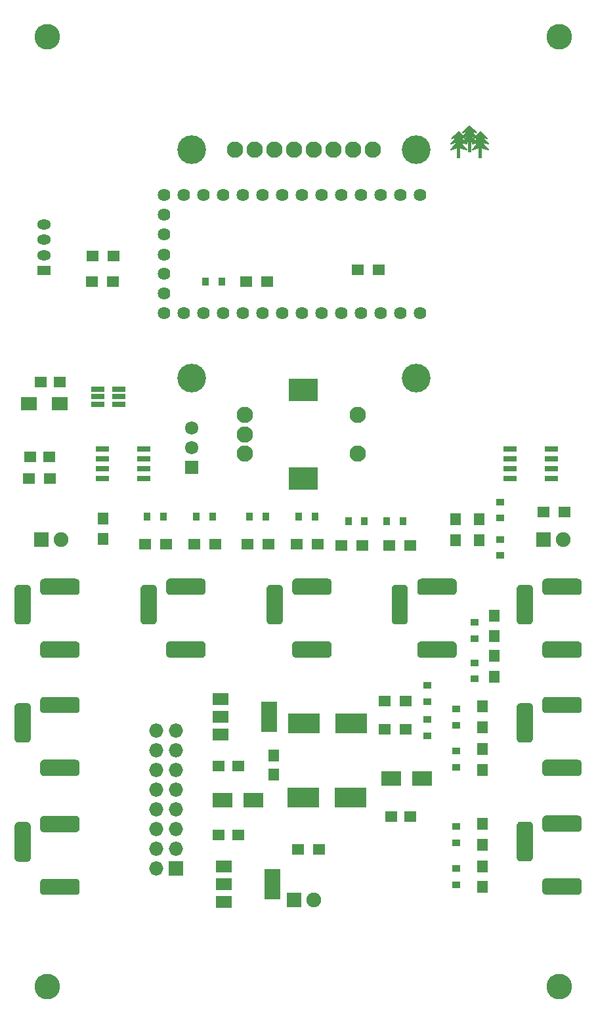
<source format=gts>
G04 #@! TF.GenerationSoftware,KiCad,Pcbnew,(5.0.0-rc2-dev-444-g2974a2c10)*
G04 #@! TF.CreationDate,2019-06-05T22:24:42-07:00*
G04 #@! TF.ProjectId,2019-04-06_Range_Slicer_PCB,323031392D30342D30365F52616E6765,v02*
G04 #@! TF.SameCoordinates,Original*
G04 #@! TF.FileFunction,Soldermask,Top*
G04 #@! TF.FilePolarity,Negative*
%FSLAX46Y46*%
G04 Gerber Fmt 4.6, Leading zero omitted, Abs format (unit mm)*
G04 Created by KiCad (PCBNEW (5.0.0-rc2-dev-444-g2974a2c10)) date 06/05/19 22:24:42*
%MOMM*%
%LPD*%
G01*
G04 APERTURE LIST*
%ADD10C,0.150000*%
%ADD11C,0.078740*%
%ADD12C,2.101600*%
%ADD13R,1.901600X1.901600*%
%ADD14C,1.901600*%
%ADD15R,3.701600X2.901600*%
%ADD16R,0.901600X1.001600*%
%ADD17R,1.401600X1.601600*%
%ADD18R,1.601600X1.401600*%
%ADD19R,1.001600X0.901600*%
%ADD20R,1.828800X1.828800*%
%ADD21O,1.828800X1.828800*%
%ADD22C,1.625600*%
%ADD23R,2.601600X1.901600*%
%ADD24R,1.801600X1.301600*%
%ADD25O,1.801600X1.301600*%
%ADD26C,1.721600*%
%ADD27R,1.721600X1.721600*%
%ADD28R,2.101600X1.601600*%
%ADD29R,2.101600X3.901600*%
%ADD30R,1.651600X0.701600*%
%ADD31R,1.601600X1.351600*%
%ADD32R,4.101600X2.601600*%
%ADD33R,1.351600X1.601600*%
%ADD34C,3.701600*%
%ADD35R,1.661600X0.751600*%
%ADD36R,2.101600X1.701600*%
%ADD37C,3.301600*%
G04 APERTURE END LIST*
D10*
G36*
X156979000Y-44468000D02*
X156090000Y-45357000D01*
X156852000Y-45103000D01*
X155963000Y-45992000D01*
X156852000Y-45738000D01*
X155963000Y-46754000D01*
X156852000Y-46500000D01*
X156852000Y-47770000D01*
X157106000Y-47770000D01*
X157106000Y-46500000D01*
X157995000Y-46754000D01*
X157106000Y-45738000D01*
X157995000Y-45992000D01*
X157106000Y-45103000D01*
X157868000Y-45357000D01*
X156979000Y-44468000D01*
G37*
X156979000Y-44468000D02*
X156090000Y-45357000D01*
X156852000Y-45103000D01*
X155963000Y-45992000D01*
X156852000Y-45738000D01*
X155963000Y-46754000D01*
X156852000Y-46500000D01*
X156852000Y-47770000D01*
X157106000Y-47770000D01*
X157106000Y-46500000D01*
X157995000Y-46754000D01*
X157106000Y-45738000D01*
X157995000Y-45992000D01*
X157106000Y-45103000D01*
X157868000Y-45357000D01*
X156979000Y-44468000D01*
G36*
X158376000Y-45230000D02*
X157487000Y-46119000D01*
X158249000Y-45865000D01*
X157360000Y-46754000D01*
X158249000Y-46500000D01*
X157360000Y-47516000D01*
X158249000Y-47262000D01*
X158249000Y-48532000D01*
X158503000Y-48532000D01*
X158503000Y-47262000D01*
X159392000Y-47516000D01*
X158503000Y-46500000D01*
X159392000Y-46754000D01*
X158503000Y-45865000D01*
X159265000Y-46119000D01*
X158376000Y-45230000D01*
G37*
X158376000Y-45230000D02*
X157487000Y-46119000D01*
X158249000Y-45865000D01*
X157360000Y-46754000D01*
X158249000Y-46500000D01*
X157360000Y-47516000D01*
X158249000Y-47262000D01*
X158249000Y-48532000D01*
X158503000Y-48532000D01*
X158503000Y-47262000D01*
X159392000Y-47516000D01*
X158503000Y-46500000D01*
X159392000Y-46754000D01*
X158503000Y-45865000D01*
X159265000Y-46119000D01*
X158376000Y-45230000D01*
G36*
X155582000Y-45230000D02*
X154693000Y-46119000D01*
X155455000Y-45865000D01*
X154566000Y-46754000D01*
X155455000Y-46500000D01*
X154566000Y-47516000D01*
X155455000Y-47262000D01*
X155455000Y-48532000D01*
X155709000Y-48532000D01*
X155709000Y-47262000D01*
X156598000Y-47516000D01*
X155709000Y-46500000D01*
X156598000Y-46754000D01*
X155709000Y-45865000D01*
X156471000Y-46119000D01*
X155582000Y-45230000D01*
G37*
X155582000Y-45230000D02*
X154693000Y-46119000D01*
X155455000Y-45865000D01*
X154566000Y-46754000D01*
X155455000Y-46500000D01*
X154566000Y-47516000D01*
X155455000Y-47262000D01*
X155455000Y-48532000D01*
X155709000Y-48532000D01*
X155709000Y-47262000D01*
X156598000Y-47516000D01*
X155709000Y-46500000D01*
X156598000Y-46754000D01*
X155709000Y-45865000D01*
X156471000Y-46119000D01*
X155582000Y-45230000D01*
D11*
G36*
X122460898Y-102838730D02*
X122511900Y-102846295D01*
X122561916Y-102858824D01*
X122610462Y-102876194D01*
X122657072Y-102898239D01*
X122701297Y-102924746D01*
X122742710Y-102955460D01*
X122780914Y-102990086D01*
X122815540Y-103028290D01*
X122846254Y-103069703D01*
X122872761Y-103113928D01*
X122894806Y-103160538D01*
X122912176Y-103209084D01*
X122924705Y-103259100D01*
X122932270Y-103310102D01*
X122934800Y-103361600D01*
X122934800Y-104412400D01*
X122932270Y-104463898D01*
X122924705Y-104514900D01*
X122912176Y-104564916D01*
X122894806Y-104613462D01*
X122872761Y-104660072D01*
X122846254Y-104704297D01*
X122815540Y-104745710D01*
X122780914Y-104783914D01*
X122742710Y-104818540D01*
X122701297Y-104849254D01*
X122657072Y-104875761D01*
X122610462Y-104897806D01*
X122561916Y-104915176D01*
X122511900Y-104927705D01*
X122460898Y-104935270D01*
X122409400Y-104937800D01*
X118358600Y-104937800D01*
X118307102Y-104935270D01*
X118256100Y-104927705D01*
X118206084Y-104915176D01*
X118157538Y-104897806D01*
X118110928Y-104875761D01*
X118066703Y-104849254D01*
X118025290Y-104818540D01*
X117987086Y-104783914D01*
X117952460Y-104745710D01*
X117921746Y-104704297D01*
X117895239Y-104660072D01*
X117873194Y-104613462D01*
X117855824Y-104564916D01*
X117843295Y-104514900D01*
X117835730Y-104463898D01*
X117833200Y-104412400D01*
X117833200Y-103361600D01*
X117835730Y-103310102D01*
X117843295Y-103259100D01*
X117855824Y-103209084D01*
X117873194Y-103160538D01*
X117895239Y-103113928D01*
X117921746Y-103069703D01*
X117952460Y-103028290D01*
X117987086Y-102990086D01*
X118025290Y-102955460D01*
X118066703Y-102924746D01*
X118110928Y-102898239D01*
X118157538Y-102876194D01*
X118206084Y-102858824D01*
X118256100Y-102846295D01*
X118307102Y-102838730D01*
X118358600Y-102836200D01*
X122409400Y-102836200D01*
X122460898Y-102838730D01*
X122460898Y-102838730D01*
G37*
D12*
X120384000Y-103887000D03*
D11*
G36*
X116160898Y-103638730D02*
X116211900Y-103646295D01*
X116261916Y-103658824D01*
X116310462Y-103676194D01*
X116357072Y-103698239D01*
X116401297Y-103724746D01*
X116442710Y-103755460D01*
X116480914Y-103790086D01*
X116515540Y-103828290D01*
X116546254Y-103869703D01*
X116572761Y-103913928D01*
X116594806Y-103960538D01*
X116612176Y-104009084D01*
X116624705Y-104059100D01*
X116632270Y-104110102D01*
X116634800Y-104161600D01*
X116634800Y-108212400D01*
X116632270Y-108263898D01*
X116624705Y-108314900D01*
X116612176Y-108364916D01*
X116594806Y-108413462D01*
X116572761Y-108460072D01*
X116546254Y-108504297D01*
X116515540Y-108545710D01*
X116480914Y-108583914D01*
X116442710Y-108618540D01*
X116401297Y-108649254D01*
X116357072Y-108675761D01*
X116310462Y-108697806D01*
X116261916Y-108715176D01*
X116211900Y-108727705D01*
X116160898Y-108735270D01*
X116109400Y-108737800D01*
X115058600Y-108737800D01*
X115007102Y-108735270D01*
X114956100Y-108727705D01*
X114906084Y-108715176D01*
X114857538Y-108697806D01*
X114810928Y-108675761D01*
X114766703Y-108649254D01*
X114725290Y-108618540D01*
X114687086Y-108583914D01*
X114652460Y-108545710D01*
X114621746Y-108504297D01*
X114595239Y-108460072D01*
X114573194Y-108413462D01*
X114555824Y-108364916D01*
X114543295Y-108314900D01*
X114535730Y-108263898D01*
X114533200Y-108212400D01*
X114533200Y-104161600D01*
X114535730Y-104110102D01*
X114543295Y-104059100D01*
X114555824Y-104009084D01*
X114573194Y-103960538D01*
X114595239Y-103913928D01*
X114621746Y-103869703D01*
X114652460Y-103828290D01*
X114687086Y-103790086D01*
X114725290Y-103755460D01*
X114766703Y-103724746D01*
X114810928Y-103698239D01*
X114857538Y-103676194D01*
X114906084Y-103658824D01*
X114956100Y-103646295D01*
X115007102Y-103638730D01*
X115058600Y-103636200D01*
X116109400Y-103636200D01*
X116160898Y-103638730D01*
X116160898Y-103638730D01*
G37*
D12*
X115584000Y-106187000D03*
D11*
G36*
X122460898Y-110938730D02*
X122511900Y-110946295D01*
X122561916Y-110958824D01*
X122610462Y-110976194D01*
X122657072Y-110998239D01*
X122701297Y-111024746D01*
X122742710Y-111055460D01*
X122780914Y-111090086D01*
X122815540Y-111128290D01*
X122846254Y-111169703D01*
X122872761Y-111213928D01*
X122894806Y-111260538D01*
X122912176Y-111309084D01*
X122924705Y-111359100D01*
X122932270Y-111410102D01*
X122934800Y-111461600D01*
X122934800Y-112512400D01*
X122932270Y-112563898D01*
X122924705Y-112614900D01*
X122912176Y-112664916D01*
X122894806Y-112713462D01*
X122872761Y-112760072D01*
X122846254Y-112804297D01*
X122815540Y-112845710D01*
X122780914Y-112883914D01*
X122742710Y-112918540D01*
X122701297Y-112949254D01*
X122657072Y-112975761D01*
X122610462Y-112997806D01*
X122561916Y-113015176D01*
X122511900Y-113027705D01*
X122460898Y-113035270D01*
X122409400Y-113037800D01*
X118358600Y-113037800D01*
X118307102Y-113035270D01*
X118256100Y-113027705D01*
X118206084Y-113015176D01*
X118157538Y-112997806D01*
X118110928Y-112975761D01*
X118066703Y-112949254D01*
X118025290Y-112918540D01*
X117987086Y-112883914D01*
X117952460Y-112845710D01*
X117921746Y-112804297D01*
X117895239Y-112760072D01*
X117873194Y-112713462D01*
X117855824Y-112664916D01*
X117843295Y-112614900D01*
X117835730Y-112563898D01*
X117833200Y-112512400D01*
X117833200Y-111461600D01*
X117835730Y-111410102D01*
X117843295Y-111359100D01*
X117855824Y-111309084D01*
X117873194Y-111260538D01*
X117895239Y-111213928D01*
X117921746Y-111169703D01*
X117952460Y-111128290D01*
X117987086Y-111090086D01*
X118025290Y-111055460D01*
X118066703Y-111024746D01*
X118110928Y-110998239D01*
X118157538Y-110976194D01*
X118206084Y-110958824D01*
X118256100Y-110946295D01*
X118307102Y-110938730D01*
X118358600Y-110936200D01*
X122409400Y-110936200D01*
X122460898Y-110938730D01*
X122460898Y-110938730D01*
G37*
D12*
X120384000Y-111987000D03*
D11*
G36*
X138716898Y-102838730D02*
X138767900Y-102846295D01*
X138817916Y-102858824D01*
X138866462Y-102876194D01*
X138913072Y-102898239D01*
X138957297Y-102924746D01*
X138998710Y-102955460D01*
X139036914Y-102990086D01*
X139071540Y-103028290D01*
X139102254Y-103069703D01*
X139128761Y-103113928D01*
X139150806Y-103160538D01*
X139168176Y-103209084D01*
X139180705Y-103259100D01*
X139188270Y-103310102D01*
X139190800Y-103361600D01*
X139190800Y-104412400D01*
X139188270Y-104463898D01*
X139180705Y-104514900D01*
X139168176Y-104564916D01*
X139150806Y-104613462D01*
X139128761Y-104660072D01*
X139102254Y-104704297D01*
X139071540Y-104745710D01*
X139036914Y-104783914D01*
X138998710Y-104818540D01*
X138957297Y-104849254D01*
X138913072Y-104875761D01*
X138866462Y-104897806D01*
X138817916Y-104915176D01*
X138767900Y-104927705D01*
X138716898Y-104935270D01*
X138665400Y-104937800D01*
X134614600Y-104937800D01*
X134563102Y-104935270D01*
X134512100Y-104927705D01*
X134462084Y-104915176D01*
X134413538Y-104897806D01*
X134366928Y-104875761D01*
X134322703Y-104849254D01*
X134281290Y-104818540D01*
X134243086Y-104783914D01*
X134208460Y-104745710D01*
X134177746Y-104704297D01*
X134151239Y-104660072D01*
X134129194Y-104613462D01*
X134111824Y-104564916D01*
X134099295Y-104514900D01*
X134091730Y-104463898D01*
X134089200Y-104412400D01*
X134089200Y-103361600D01*
X134091730Y-103310102D01*
X134099295Y-103259100D01*
X134111824Y-103209084D01*
X134129194Y-103160538D01*
X134151239Y-103113928D01*
X134177746Y-103069703D01*
X134208460Y-103028290D01*
X134243086Y-102990086D01*
X134281290Y-102955460D01*
X134322703Y-102924746D01*
X134366928Y-102898239D01*
X134413538Y-102876194D01*
X134462084Y-102858824D01*
X134512100Y-102846295D01*
X134563102Y-102838730D01*
X134614600Y-102836200D01*
X138665400Y-102836200D01*
X138716898Y-102838730D01*
X138716898Y-102838730D01*
G37*
D12*
X136640000Y-103887000D03*
D11*
G36*
X132416898Y-103638730D02*
X132467900Y-103646295D01*
X132517916Y-103658824D01*
X132566462Y-103676194D01*
X132613072Y-103698239D01*
X132657297Y-103724746D01*
X132698710Y-103755460D01*
X132736914Y-103790086D01*
X132771540Y-103828290D01*
X132802254Y-103869703D01*
X132828761Y-103913928D01*
X132850806Y-103960538D01*
X132868176Y-104009084D01*
X132880705Y-104059100D01*
X132888270Y-104110102D01*
X132890800Y-104161600D01*
X132890800Y-108212400D01*
X132888270Y-108263898D01*
X132880705Y-108314900D01*
X132868176Y-108364916D01*
X132850806Y-108413462D01*
X132828761Y-108460072D01*
X132802254Y-108504297D01*
X132771540Y-108545710D01*
X132736914Y-108583914D01*
X132698710Y-108618540D01*
X132657297Y-108649254D01*
X132613072Y-108675761D01*
X132566462Y-108697806D01*
X132517916Y-108715176D01*
X132467900Y-108727705D01*
X132416898Y-108735270D01*
X132365400Y-108737800D01*
X131314600Y-108737800D01*
X131263102Y-108735270D01*
X131212100Y-108727705D01*
X131162084Y-108715176D01*
X131113538Y-108697806D01*
X131066928Y-108675761D01*
X131022703Y-108649254D01*
X130981290Y-108618540D01*
X130943086Y-108583914D01*
X130908460Y-108545710D01*
X130877746Y-108504297D01*
X130851239Y-108460072D01*
X130829194Y-108413462D01*
X130811824Y-108364916D01*
X130799295Y-108314900D01*
X130791730Y-108263898D01*
X130789200Y-108212400D01*
X130789200Y-104161600D01*
X130791730Y-104110102D01*
X130799295Y-104059100D01*
X130811824Y-104009084D01*
X130829194Y-103960538D01*
X130851239Y-103913928D01*
X130877746Y-103869703D01*
X130908460Y-103828290D01*
X130943086Y-103790086D01*
X130981290Y-103755460D01*
X131022703Y-103724746D01*
X131066928Y-103698239D01*
X131113538Y-103676194D01*
X131162084Y-103658824D01*
X131212100Y-103646295D01*
X131263102Y-103638730D01*
X131314600Y-103636200D01*
X132365400Y-103636200D01*
X132416898Y-103638730D01*
X132416898Y-103638730D01*
G37*
D12*
X131840000Y-106187000D03*
D11*
G36*
X138716898Y-110938730D02*
X138767900Y-110946295D01*
X138817916Y-110958824D01*
X138866462Y-110976194D01*
X138913072Y-110998239D01*
X138957297Y-111024746D01*
X138998710Y-111055460D01*
X139036914Y-111090086D01*
X139071540Y-111128290D01*
X139102254Y-111169703D01*
X139128761Y-111213928D01*
X139150806Y-111260538D01*
X139168176Y-111309084D01*
X139180705Y-111359100D01*
X139188270Y-111410102D01*
X139190800Y-111461600D01*
X139190800Y-112512400D01*
X139188270Y-112563898D01*
X139180705Y-112614900D01*
X139168176Y-112664916D01*
X139150806Y-112713462D01*
X139128761Y-112760072D01*
X139102254Y-112804297D01*
X139071540Y-112845710D01*
X139036914Y-112883914D01*
X138998710Y-112918540D01*
X138957297Y-112949254D01*
X138913072Y-112975761D01*
X138866462Y-112997806D01*
X138817916Y-113015176D01*
X138767900Y-113027705D01*
X138716898Y-113035270D01*
X138665400Y-113037800D01*
X134614600Y-113037800D01*
X134563102Y-113035270D01*
X134512100Y-113027705D01*
X134462084Y-113015176D01*
X134413538Y-112997806D01*
X134366928Y-112975761D01*
X134322703Y-112949254D01*
X134281290Y-112918540D01*
X134243086Y-112883914D01*
X134208460Y-112845710D01*
X134177746Y-112804297D01*
X134151239Y-112760072D01*
X134129194Y-112713462D01*
X134111824Y-112664916D01*
X134099295Y-112614900D01*
X134091730Y-112563898D01*
X134089200Y-112512400D01*
X134089200Y-111461600D01*
X134091730Y-111410102D01*
X134099295Y-111359100D01*
X134111824Y-111309084D01*
X134129194Y-111260538D01*
X134151239Y-111213928D01*
X134177746Y-111169703D01*
X134208460Y-111128290D01*
X134243086Y-111090086D01*
X134281290Y-111055460D01*
X134322703Y-111024746D01*
X134366928Y-110998239D01*
X134413538Y-110976194D01*
X134462084Y-110958824D01*
X134512100Y-110946295D01*
X134563102Y-110938730D01*
X134614600Y-110936200D01*
X138665400Y-110936200D01*
X138716898Y-110938730D01*
X138716898Y-110938730D01*
G37*
D12*
X136640000Y-111987000D03*
D11*
G36*
X170974898Y-102851730D02*
X171025900Y-102859295D01*
X171075916Y-102871824D01*
X171124462Y-102889194D01*
X171171072Y-102911239D01*
X171215297Y-102937746D01*
X171256710Y-102968460D01*
X171294914Y-103003086D01*
X171329540Y-103041290D01*
X171360254Y-103082703D01*
X171386761Y-103126928D01*
X171408806Y-103173538D01*
X171426176Y-103222084D01*
X171438705Y-103272100D01*
X171446270Y-103323102D01*
X171448800Y-103374600D01*
X171448800Y-104425400D01*
X171446270Y-104476898D01*
X171438705Y-104527900D01*
X171426176Y-104577916D01*
X171408806Y-104626462D01*
X171386761Y-104673072D01*
X171360254Y-104717297D01*
X171329540Y-104758710D01*
X171294914Y-104796914D01*
X171256710Y-104831540D01*
X171215297Y-104862254D01*
X171171072Y-104888761D01*
X171124462Y-104910806D01*
X171075916Y-104928176D01*
X171025900Y-104940705D01*
X170974898Y-104948270D01*
X170923400Y-104950800D01*
X166872600Y-104950800D01*
X166821102Y-104948270D01*
X166770100Y-104940705D01*
X166720084Y-104928176D01*
X166671538Y-104910806D01*
X166624928Y-104888761D01*
X166580703Y-104862254D01*
X166539290Y-104831540D01*
X166501086Y-104796914D01*
X166466460Y-104758710D01*
X166435746Y-104717297D01*
X166409239Y-104673072D01*
X166387194Y-104626462D01*
X166369824Y-104577916D01*
X166357295Y-104527900D01*
X166349730Y-104476898D01*
X166347200Y-104425400D01*
X166347200Y-103374600D01*
X166349730Y-103323102D01*
X166357295Y-103272100D01*
X166369824Y-103222084D01*
X166387194Y-103173538D01*
X166409239Y-103126928D01*
X166435746Y-103082703D01*
X166466460Y-103041290D01*
X166501086Y-103003086D01*
X166539290Y-102968460D01*
X166580703Y-102937746D01*
X166624928Y-102911239D01*
X166671538Y-102889194D01*
X166720084Y-102871824D01*
X166770100Y-102859295D01*
X166821102Y-102851730D01*
X166872600Y-102849200D01*
X170923400Y-102849200D01*
X170974898Y-102851730D01*
X170974898Y-102851730D01*
G37*
D12*
X168898000Y-103900000D03*
D11*
G36*
X164674898Y-103651730D02*
X164725900Y-103659295D01*
X164775916Y-103671824D01*
X164824462Y-103689194D01*
X164871072Y-103711239D01*
X164915297Y-103737746D01*
X164956710Y-103768460D01*
X164994914Y-103803086D01*
X165029540Y-103841290D01*
X165060254Y-103882703D01*
X165086761Y-103926928D01*
X165108806Y-103973538D01*
X165126176Y-104022084D01*
X165138705Y-104072100D01*
X165146270Y-104123102D01*
X165148800Y-104174600D01*
X165148800Y-108225400D01*
X165146270Y-108276898D01*
X165138705Y-108327900D01*
X165126176Y-108377916D01*
X165108806Y-108426462D01*
X165086761Y-108473072D01*
X165060254Y-108517297D01*
X165029540Y-108558710D01*
X164994914Y-108596914D01*
X164956710Y-108631540D01*
X164915297Y-108662254D01*
X164871072Y-108688761D01*
X164824462Y-108710806D01*
X164775916Y-108728176D01*
X164725900Y-108740705D01*
X164674898Y-108748270D01*
X164623400Y-108750800D01*
X163572600Y-108750800D01*
X163521102Y-108748270D01*
X163470100Y-108740705D01*
X163420084Y-108728176D01*
X163371538Y-108710806D01*
X163324928Y-108688761D01*
X163280703Y-108662254D01*
X163239290Y-108631540D01*
X163201086Y-108596914D01*
X163166460Y-108558710D01*
X163135746Y-108517297D01*
X163109239Y-108473072D01*
X163087194Y-108426462D01*
X163069824Y-108377916D01*
X163057295Y-108327900D01*
X163049730Y-108276898D01*
X163047200Y-108225400D01*
X163047200Y-104174600D01*
X163049730Y-104123102D01*
X163057295Y-104072100D01*
X163069824Y-104022084D01*
X163087194Y-103973538D01*
X163109239Y-103926928D01*
X163135746Y-103882703D01*
X163166460Y-103841290D01*
X163201086Y-103803086D01*
X163239290Y-103768460D01*
X163280703Y-103737746D01*
X163324928Y-103711239D01*
X163371538Y-103689194D01*
X163420084Y-103671824D01*
X163470100Y-103659295D01*
X163521102Y-103651730D01*
X163572600Y-103649200D01*
X164623400Y-103649200D01*
X164674898Y-103651730D01*
X164674898Y-103651730D01*
G37*
D12*
X164098000Y-106200000D03*
D11*
G36*
X170974898Y-110951730D02*
X171025900Y-110959295D01*
X171075916Y-110971824D01*
X171124462Y-110989194D01*
X171171072Y-111011239D01*
X171215297Y-111037746D01*
X171256710Y-111068460D01*
X171294914Y-111103086D01*
X171329540Y-111141290D01*
X171360254Y-111182703D01*
X171386761Y-111226928D01*
X171408806Y-111273538D01*
X171426176Y-111322084D01*
X171438705Y-111372100D01*
X171446270Y-111423102D01*
X171448800Y-111474600D01*
X171448800Y-112525400D01*
X171446270Y-112576898D01*
X171438705Y-112627900D01*
X171426176Y-112677916D01*
X171408806Y-112726462D01*
X171386761Y-112773072D01*
X171360254Y-112817297D01*
X171329540Y-112858710D01*
X171294914Y-112896914D01*
X171256710Y-112931540D01*
X171215297Y-112962254D01*
X171171072Y-112988761D01*
X171124462Y-113010806D01*
X171075916Y-113028176D01*
X171025900Y-113040705D01*
X170974898Y-113048270D01*
X170923400Y-113050800D01*
X166872600Y-113050800D01*
X166821102Y-113048270D01*
X166770100Y-113040705D01*
X166720084Y-113028176D01*
X166671538Y-113010806D01*
X166624928Y-112988761D01*
X166580703Y-112962254D01*
X166539290Y-112931540D01*
X166501086Y-112896914D01*
X166466460Y-112858710D01*
X166435746Y-112817297D01*
X166409239Y-112773072D01*
X166387194Y-112726462D01*
X166369824Y-112677916D01*
X166357295Y-112627900D01*
X166349730Y-112576898D01*
X166347200Y-112525400D01*
X166347200Y-111474600D01*
X166349730Y-111423102D01*
X166357295Y-111372100D01*
X166369824Y-111322084D01*
X166387194Y-111273538D01*
X166409239Y-111226928D01*
X166435746Y-111182703D01*
X166466460Y-111141290D01*
X166501086Y-111103086D01*
X166539290Y-111068460D01*
X166580703Y-111037746D01*
X166624928Y-111011239D01*
X166671538Y-110989194D01*
X166720084Y-110971824D01*
X166770100Y-110959295D01*
X166821102Y-110951730D01*
X166872600Y-110949200D01*
X170923400Y-110949200D01*
X170974898Y-110951730D01*
X170974898Y-110951730D01*
G37*
D12*
X168898000Y-112000000D03*
D11*
G36*
X170974898Y-118101730D02*
X171025900Y-118109295D01*
X171075916Y-118121824D01*
X171124462Y-118139194D01*
X171171072Y-118161239D01*
X171215297Y-118187746D01*
X171256710Y-118218460D01*
X171294914Y-118253086D01*
X171329540Y-118291290D01*
X171360254Y-118332703D01*
X171386761Y-118376928D01*
X171408806Y-118423538D01*
X171426176Y-118472084D01*
X171438705Y-118522100D01*
X171446270Y-118573102D01*
X171448800Y-118624600D01*
X171448800Y-119675400D01*
X171446270Y-119726898D01*
X171438705Y-119777900D01*
X171426176Y-119827916D01*
X171408806Y-119876462D01*
X171386761Y-119923072D01*
X171360254Y-119967297D01*
X171329540Y-120008710D01*
X171294914Y-120046914D01*
X171256710Y-120081540D01*
X171215297Y-120112254D01*
X171171072Y-120138761D01*
X171124462Y-120160806D01*
X171075916Y-120178176D01*
X171025900Y-120190705D01*
X170974898Y-120198270D01*
X170923400Y-120200800D01*
X166872600Y-120200800D01*
X166821102Y-120198270D01*
X166770100Y-120190705D01*
X166720084Y-120178176D01*
X166671538Y-120160806D01*
X166624928Y-120138761D01*
X166580703Y-120112254D01*
X166539290Y-120081540D01*
X166501086Y-120046914D01*
X166466460Y-120008710D01*
X166435746Y-119967297D01*
X166409239Y-119923072D01*
X166387194Y-119876462D01*
X166369824Y-119827916D01*
X166357295Y-119777900D01*
X166349730Y-119726898D01*
X166347200Y-119675400D01*
X166347200Y-118624600D01*
X166349730Y-118573102D01*
X166357295Y-118522100D01*
X166369824Y-118472084D01*
X166387194Y-118423538D01*
X166409239Y-118376928D01*
X166435746Y-118332703D01*
X166466460Y-118291290D01*
X166501086Y-118253086D01*
X166539290Y-118218460D01*
X166580703Y-118187746D01*
X166624928Y-118161239D01*
X166671538Y-118139194D01*
X166720084Y-118121824D01*
X166770100Y-118109295D01*
X166821102Y-118101730D01*
X166872600Y-118099200D01*
X170923400Y-118099200D01*
X170974898Y-118101730D01*
X170974898Y-118101730D01*
G37*
D12*
X168898000Y-119150000D03*
D11*
G36*
X164674898Y-118901730D02*
X164725900Y-118909295D01*
X164775916Y-118921824D01*
X164824462Y-118939194D01*
X164871072Y-118961239D01*
X164915297Y-118987746D01*
X164956710Y-119018460D01*
X164994914Y-119053086D01*
X165029540Y-119091290D01*
X165060254Y-119132703D01*
X165086761Y-119176928D01*
X165108806Y-119223538D01*
X165126176Y-119272084D01*
X165138705Y-119322100D01*
X165146270Y-119373102D01*
X165148800Y-119424600D01*
X165148800Y-123475400D01*
X165146270Y-123526898D01*
X165138705Y-123577900D01*
X165126176Y-123627916D01*
X165108806Y-123676462D01*
X165086761Y-123723072D01*
X165060254Y-123767297D01*
X165029540Y-123808710D01*
X164994914Y-123846914D01*
X164956710Y-123881540D01*
X164915297Y-123912254D01*
X164871072Y-123938761D01*
X164824462Y-123960806D01*
X164775916Y-123978176D01*
X164725900Y-123990705D01*
X164674898Y-123998270D01*
X164623400Y-124000800D01*
X163572600Y-124000800D01*
X163521102Y-123998270D01*
X163470100Y-123990705D01*
X163420084Y-123978176D01*
X163371538Y-123960806D01*
X163324928Y-123938761D01*
X163280703Y-123912254D01*
X163239290Y-123881540D01*
X163201086Y-123846914D01*
X163166460Y-123808710D01*
X163135746Y-123767297D01*
X163109239Y-123723072D01*
X163087194Y-123676462D01*
X163069824Y-123627916D01*
X163057295Y-123577900D01*
X163049730Y-123526898D01*
X163047200Y-123475400D01*
X163047200Y-119424600D01*
X163049730Y-119373102D01*
X163057295Y-119322100D01*
X163069824Y-119272084D01*
X163087194Y-119223538D01*
X163109239Y-119176928D01*
X163135746Y-119132703D01*
X163166460Y-119091290D01*
X163201086Y-119053086D01*
X163239290Y-119018460D01*
X163280703Y-118987746D01*
X163324928Y-118961239D01*
X163371538Y-118939194D01*
X163420084Y-118921824D01*
X163470100Y-118909295D01*
X163521102Y-118901730D01*
X163572600Y-118899200D01*
X164623400Y-118899200D01*
X164674898Y-118901730D01*
X164674898Y-118901730D01*
G37*
D12*
X164098000Y-121450000D03*
D11*
G36*
X170974898Y-126201730D02*
X171025900Y-126209295D01*
X171075916Y-126221824D01*
X171124462Y-126239194D01*
X171171072Y-126261239D01*
X171215297Y-126287746D01*
X171256710Y-126318460D01*
X171294914Y-126353086D01*
X171329540Y-126391290D01*
X171360254Y-126432703D01*
X171386761Y-126476928D01*
X171408806Y-126523538D01*
X171426176Y-126572084D01*
X171438705Y-126622100D01*
X171446270Y-126673102D01*
X171448800Y-126724600D01*
X171448800Y-127775400D01*
X171446270Y-127826898D01*
X171438705Y-127877900D01*
X171426176Y-127927916D01*
X171408806Y-127976462D01*
X171386761Y-128023072D01*
X171360254Y-128067297D01*
X171329540Y-128108710D01*
X171294914Y-128146914D01*
X171256710Y-128181540D01*
X171215297Y-128212254D01*
X171171072Y-128238761D01*
X171124462Y-128260806D01*
X171075916Y-128278176D01*
X171025900Y-128290705D01*
X170974898Y-128298270D01*
X170923400Y-128300800D01*
X166872600Y-128300800D01*
X166821102Y-128298270D01*
X166770100Y-128290705D01*
X166720084Y-128278176D01*
X166671538Y-128260806D01*
X166624928Y-128238761D01*
X166580703Y-128212254D01*
X166539290Y-128181540D01*
X166501086Y-128146914D01*
X166466460Y-128108710D01*
X166435746Y-128067297D01*
X166409239Y-128023072D01*
X166387194Y-127976462D01*
X166369824Y-127927916D01*
X166357295Y-127877900D01*
X166349730Y-127826898D01*
X166347200Y-127775400D01*
X166347200Y-126724600D01*
X166349730Y-126673102D01*
X166357295Y-126622100D01*
X166369824Y-126572084D01*
X166387194Y-126523538D01*
X166409239Y-126476928D01*
X166435746Y-126432703D01*
X166466460Y-126391290D01*
X166501086Y-126353086D01*
X166539290Y-126318460D01*
X166580703Y-126287746D01*
X166624928Y-126261239D01*
X166671538Y-126239194D01*
X166720084Y-126221824D01*
X166770100Y-126209295D01*
X166821102Y-126201730D01*
X166872600Y-126199200D01*
X170923400Y-126199200D01*
X170974898Y-126201730D01*
X170974898Y-126201730D01*
G37*
D12*
X168898000Y-127250000D03*
D11*
G36*
X170974898Y-133401730D02*
X171025900Y-133409295D01*
X171075916Y-133421824D01*
X171124462Y-133439194D01*
X171171072Y-133461239D01*
X171215297Y-133487746D01*
X171256710Y-133518460D01*
X171294914Y-133553086D01*
X171329540Y-133591290D01*
X171360254Y-133632703D01*
X171386761Y-133676928D01*
X171408806Y-133723538D01*
X171426176Y-133772084D01*
X171438705Y-133822100D01*
X171446270Y-133873102D01*
X171448800Y-133924600D01*
X171448800Y-134975400D01*
X171446270Y-135026898D01*
X171438705Y-135077900D01*
X171426176Y-135127916D01*
X171408806Y-135176462D01*
X171386761Y-135223072D01*
X171360254Y-135267297D01*
X171329540Y-135308710D01*
X171294914Y-135346914D01*
X171256710Y-135381540D01*
X171215297Y-135412254D01*
X171171072Y-135438761D01*
X171124462Y-135460806D01*
X171075916Y-135478176D01*
X171025900Y-135490705D01*
X170974898Y-135498270D01*
X170923400Y-135500800D01*
X166872600Y-135500800D01*
X166821102Y-135498270D01*
X166770100Y-135490705D01*
X166720084Y-135478176D01*
X166671538Y-135460806D01*
X166624928Y-135438761D01*
X166580703Y-135412254D01*
X166539290Y-135381540D01*
X166501086Y-135346914D01*
X166466460Y-135308710D01*
X166435746Y-135267297D01*
X166409239Y-135223072D01*
X166387194Y-135176462D01*
X166369824Y-135127916D01*
X166357295Y-135077900D01*
X166349730Y-135026898D01*
X166347200Y-134975400D01*
X166347200Y-133924600D01*
X166349730Y-133873102D01*
X166357295Y-133822100D01*
X166369824Y-133772084D01*
X166387194Y-133723538D01*
X166409239Y-133676928D01*
X166435746Y-133632703D01*
X166466460Y-133591290D01*
X166501086Y-133553086D01*
X166539290Y-133518460D01*
X166580703Y-133487746D01*
X166624928Y-133461239D01*
X166671538Y-133439194D01*
X166720084Y-133421824D01*
X166770100Y-133409295D01*
X166821102Y-133401730D01*
X166872600Y-133399200D01*
X170923400Y-133399200D01*
X170974898Y-133401730D01*
X170974898Y-133401730D01*
G37*
D12*
X168898000Y-134450000D03*
D11*
G36*
X164674898Y-134201730D02*
X164725900Y-134209295D01*
X164775916Y-134221824D01*
X164824462Y-134239194D01*
X164871072Y-134261239D01*
X164915297Y-134287746D01*
X164956710Y-134318460D01*
X164994914Y-134353086D01*
X165029540Y-134391290D01*
X165060254Y-134432703D01*
X165086761Y-134476928D01*
X165108806Y-134523538D01*
X165126176Y-134572084D01*
X165138705Y-134622100D01*
X165146270Y-134673102D01*
X165148800Y-134724600D01*
X165148800Y-138775400D01*
X165146270Y-138826898D01*
X165138705Y-138877900D01*
X165126176Y-138927916D01*
X165108806Y-138976462D01*
X165086761Y-139023072D01*
X165060254Y-139067297D01*
X165029540Y-139108710D01*
X164994914Y-139146914D01*
X164956710Y-139181540D01*
X164915297Y-139212254D01*
X164871072Y-139238761D01*
X164824462Y-139260806D01*
X164775916Y-139278176D01*
X164725900Y-139290705D01*
X164674898Y-139298270D01*
X164623400Y-139300800D01*
X163572600Y-139300800D01*
X163521102Y-139298270D01*
X163470100Y-139290705D01*
X163420084Y-139278176D01*
X163371538Y-139260806D01*
X163324928Y-139238761D01*
X163280703Y-139212254D01*
X163239290Y-139181540D01*
X163201086Y-139146914D01*
X163166460Y-139108710D01*
X163135746Y-139067297D01*
X163109239Y-139023072D01*
X163087194Y-138976462D01*
X163069824Y-138927916D01*
X163057295Y-138877900D01*
X163049730Y-138826898D01*
X163047200Y-138775400D01*
X163047200Y-134724600D01*
X163049730Y-134673102D01*
X163057295Y-134622100D01*
X163069824Y-134572084D01*
X163087194Y-134523538D01*
X163109239Y-134476928D01*
X163135746Y-134432703D01*
X163166460Y-134391290D01*
X163201086Y-134353086D01*
X163239290Y-134318460D01*
X163280703Y-134287746D01*
X163324928Y-134261239D01*
X163371538Y-134239194D01*
X163420084Y-134221824D01*
X163470100Y-134209295D01*
X163521102Y-134201730D01*
X163572600Y-134199200D01*
X164623400Y-134199200D01*
X164674898Y-134201730D01*
X164674898Y-134201730D01*
G37*
D12*
X164098000Y-136750000D03*
D11*
G36*
X170974898Y-141501730D02*
X171025900Y-141509295D01*
X171075916Y-141521824D01*
X171124462Y-141539194D01*
X171171072Y-141561239D01*
X171215297Y-141587746D01*
X171256710Y-141618460D01*
X171294914Y-141653086D01*
X171329540Y-141691290D01*
X171360254Y-141732703D01*
X171386761Y-141776928D01*
X171408806Y-141823538D01*
X171426176Y-141872084D01*
X171438705Y-141922100D01*
X171446270Y-141973102D01*
X171448800Y-142024600D01*
X171448800Y-143075400D01*
X171446270Y-143126898D01*
X171438705Y-143177900D01*
X171426176Y-143227916D01*
X171408806Y-143276462D01*
X171386761Y-143323072D01*
X171360254Y-143367297D01*
X171329540Y-143408710D01*
X171294914Y-143446914D01*
X171256710Y-143481540D01*
X171215297Y-143512254D01*
X171171072Y-143538761D01*
X171124462Y-143560806D01*
X171075916Y-143578176D01*
X171025900Y-143590705D01*
X170974898Y-143598270D01*
X170923400Y-143600800D01*
X166872600Y-143600800D01*
X166821102Y-143598270D01*
X166770100Y-143590705D01*
X166720084Y-143578176D01*
X166671538Y-143560806D01*
X166624928Y-143538761D01*
X166580703Y-143512254D01*
X166539290Y-143481540D01*
X166501086Y-143446914D01*
X166466460Y-143408710D01*
X166435746Y-143367297D01*
X166409239Y-143323072D01*
X166387194Y-143276462D01*
X166369824Y-143227916D01*
X166357295Y-143177900D01*
X166349730Y-143126898D01*
X166347200Y-143075400D01*
X166347200Y-142024600D01*
X166349730Y-141973102D01*
X166357295Y-141922100D01*
X166369824Y-141872084D01*
X166387194Y-141823538D01*
X166409239Y-141776928D01*
X166435746Y-141732703D01*
X166466460Y-141691290D01*
X166501086Y-141653086D01*
X166539290Y-141618460D01*
X166580703Y-141587746D01*
X166624928Y-141561239D01*
X166671538Y-141539194D01*
X166720084Y-141521824D01*
X166770100Y-141509295D01*
X166821102Y-141501730D01*
X166872600Y-141499200D01*
X170923400Y-141499200D01*
X170974898Y-141501730D01*
X170974898Y-141501730D01*
G37*
D12*
X168898000Y-142550000D03*
D11*
G36*
X154845898Y-102851730D02*
X154896900Y-102859295D01*
X154946916Y-102871824D01*
X154995462Y-102889194D01*
X155042072Y-102911239D01*
X155086297Y-102937746D01*
X155127710Y-102968460D01*
X155165914Y-103003086D01*
X155200540Y-103041290D01*
X155231254Y-103082703D01*
X155257761Y-103126928D01*
X155279806Y-103173538D01*
X155297176Y-103222084D01*
X155309705Y-103272100D01*
X155317270Y-103323102D01*
X155319800Y-103374600D01*
X155319800Y-104425400D01*
X155317270Y-104476898D01*
X155309705Y-104527900D01*
X155297176Y-104577916D01*
X155279806Y-104626462D01*
X155257761Y-104673072D01*
X155231254Y-104717297D01*
X155200540Y-104758710D01*
X155165914Y-104796914D01*
X155127710Y-104831540D01*
X155086297Y-104862254D01*
X155042072Y-104888761D01*
X154995462Y-104910806D01*
X154946916Y-104928176D01*
X154896900Y-104940705D01*
X154845898Y-104948270D01*
X154794400Y-104950800D01*
X150743600Y-104950800D01*
X150692102Y-104948270D01*
X150641100Y-104940705D01*
X150591084Y-104928176D01*
X150542538Y-104910806D01*
X150495928Y-104888761D01*
X150451703Y-104862254D01*
X150410290Y-104831540D01*
X150372086Y-104796914D01*
X150337460Y-104758710D01*
X150306746Y-104717297D01*
X150280239Y-104673072D01*
X150258194Y-104626462D01*
X150240824Y-104577916D01*
X150228295Y-104527900D01*
X150220730Y-104476898D01*
X150218200Y-104425400D01*
X150218200Y-103374600D01*
X150220730Y-103323102D01*
X150228295Y-103272100D01*
X150240824Y-103222084D01*
X150258194Y-103173538D01*
X150280239Y-103126928D01*
X150306746Y-103082703D01*
X150337460Y-103041290D01*
X150372086Y-103003086D01*
X150410290Y-102968460D01*
X150451703Y-102937746D01*
X150495928Y-102911239D01*
X150542538Y-102889194D01*
X150591084Y-102871824D01*
X150641100Y-102859295D01*
X150692102Y-102851730D01*
X150743600Y-102849200D01*
X154794400Y-102849200D01*
X154845898Y-102851730D01*
X154845898Y-102851730D01*
G37*
D12*
X152769000Y-103900000D03*
D11*
G36*
X148545898Y-103651730D02*
X148596900Y-103659295D01*
X148646916Y-103671824D01*
X148695462Y-103689194D01*
X148742072Y-103711239D01*
X148786297Y-103737746D01*
X148827710Y-103768460D01*
X148865914Y-103803086D01*
X148900540Y-103841290D01*
X148931254Y-103882703D01*
X148957761Y-103926928D01*
X148979806Y-103973538D01*
X148997176Y-104022084D01*
X149009705Y-104072100D01*
X149017270Y-104123102D01*
X149019800Y-104174600D01*
X149019800Y-108225400D01*
X149017270Y-108276898D01*
X149009705Y-108327900D01*
X148997176Y-108377916D01*
X148979806Y-108426462D01*
X148957761Y-108473072D01*
X148931254Y-108517297D01*
X148900540Y-108558710D01*
X148865914Y-108596914D01*
X148827710Y-108631540D01*
X148786297Y-108662254D01*
X148742072Y-108688761D01*
X148695462Y-108710806D01*
X148646916Y-108728176D01*
X148596900Y-108740705D01*
X148545898Y-108748270D01*
X148494400Y-108750800D01*
X147443600Y-108750800D01*
X147392102Y-108748270D01*
X147341100Y-108740705D01*
X147291084Y-108728176D01*
X147242538Y-108710806D01*
X147195928Y-108688761D01*
X147151703Y-108662254D01*
X147110290Y-108631540D01*
X147072086Y-108596914D01*
X147037460Y-108558710D01*
X147006746Y-108517297D01*
X146980239Y-108473072D01*
X146958194Y-108426462D01*
X146940824Y-108377916D01*
X146928295Y-108327900D01*
X146920730Y-108276898D01*
X146918200Y-108225400D01*
X146918200Y-104174600D01*
X146920730Y-104123102D01*
X146928295Y-104072100D01*
X146940824Y-104022084D01*
X146958194Y-103973538D01*
X146980239Y-103926928D01*
X147006746Y-103882703D01*
X147037460Y-103841290D01*
X147072086Y-103803086D01*
X147110290Y-103768460D01*
X147151703Y-103737746D01*
X147195928Y-103711239D01*
X147242538Y-103689194D01*
X147291084Y-103671824D01*
X147341100Y-103659295D01*
X147392102Y-103651730D01*
X147443600Y-103649200D01*
X148494400Y-103649200D01*
X148545898Y-103651730D01*
X148545898Y-103651730D01*
G37*
D12*
X147969000Y-106200000D03*
D11*
G36*
X154845898Y-110951730D02*
X154896900Y-110959295D01*
X154946916Y-110971824D01*
X154995462Y-110989194D01*
X155042072Y-111011239D01*
X155086297Y-111037746D01*
X155127710Y-111068460D01*
X155165914Y-111103086D01*
X155200540Y-111141290D01*
X155231254Y-111182703D01*
X155257761Y-111226928D01*
X155279806Y-111273538D01*
X155297176Y-111322084D01*
X155309705Y-111372100D01*
X155317270Y-111423102D01*
X155319800Y-111474600D01*
X155319800Y-112525400D01*
X155317270Y-112576898D01*
X155309705Y-112627900D01*
X155297176Y-112677916D01*
X155279806Y-112726462D01*
X155257761Y-112773072D01*
X155231254Y-112817297D01*
X155200540Y-112858710D01*
X155165914Y-112896914D01*
X155127710Y-112931540D01*
X155086297Y-112962254D01*
X155042072Y-112988761D01*
X154995462Y-113010806D01*
X154946916Y-113028176D01*
X154896900Y-113040705D01*
X154845898Y-113048270D01*
X154794400Y-113050800D01*
X150743600Y-113050800D01*
X150692102Y-113048270D01*
X150641100Y-113040705D01*
X150591084Y-113028176D01*
X150542538Y-113010806D01*
X150495928Y-112988761D01*
X150451703Y-112962254D01*
X150410290Y-112931540D01*
X150372086Y-112896914D01*
X150337460Y-112858710D01*
X150306746Y-112817297D01*
X150280239Y-112773072D01*
X150258194Y-112726462D01*
X150240824Y-112677916D01*
X150228295Y-112627900D01*
X150220730Y-112576898D01*
X150218200Y-112525400D01*
X150218200Y-111474600D01*
X150220730Y-111423102D01*
X150228295Y-111372100D01*
X150240824Y-111322084D01*
X150258194Y-111273538D01*
X150280239Y-111226928D01*
X150306746Y-111182703D01*
X150337460Y-111141290D01*
X150372086Y-111103086D01*
X150410290Y-111068460D01*
X150451703Y-111037746D01*
X150495928Y-111011239D01*
X150542538Y-110989194D01*
X150591084Y-110971824D01*
X150641100Y-110959295D01*
X150692102Y-110951730D01*
X150743600Y-110949200D01*
X154794400Y-110949200D01*
X154845898Y-110951730D01*
X154845898Y-110951730D01*
G37*
D12*
X152769000Y-112000000D03*
D11*
G36*
X106204898Y-102851730D02*
X106255900Y-102859295D01*
X106305916Y-102871824D01*
X106354462Y-102889194D01*
X106401072Y-102911239D01*
X106445297Y-102937746D01*
X106486710Y-102968460D01*
X106524914Y-103003086D01*
X106559540Y-103041290D01*
X106590254Y-103082703D01*
X106616761Y-103126928D01*
X106638806Y-103173538D01*
X106656176Y-103222084D01*
X106668705Y-103272100D01*
X106676270Y-103323102D01*
X106678800Y-103374600D01*
X106678800Y-104425400D01*
X106676270Y-104476898D01*
X106668705Y-104527900D01*
X106656176Y-104577916D01*
X106638806Y-104626462D01*
X106616761Y-104673072D01*
X106590254Y-104717297D01*
X106559540Y-104758710D01*
X106524914Y-104796914D01*
X106486710Y-104831540D01*
X106445297Y-104862254D01*
X106401072Y-104888761D01*
X106354462Y-104910806D01*
X106305916Y-104928176D01*
X106255900Y-104940705D01*
X106204898Y-104948270D01*
X106153400Y-104950800D01*
X102102600Y-104950800D01*
X102051102Y-104948270D01*
X102000100Y-104940705D01*
X101950084Y-104928176D01*
X101901538Y-104910806D01*
X101854928Y-104888761D01*
X101810703Y-104862254D01*
X101769290Y-104831540D01*
X101731086Y-104796914D01*
X101696460Y-104758710D01*
X101665746Y-104717297D01*
X101639239Y-104673072D01*
X101617194Y-104626462D01*
X101599824Y-104577916D01*
X101587295Y-104527900D01*
X101579730Y-104476898D01*
X101577200Y-104425400D01*
X101577200Y-103374600D01*
X101579730Y-103323102D01*
X101587295Y-103272100D01*
X101599824Y-103222084D01*
X101617194Y-103173538D01*
X101639239Y-103126928D01*
X101665746Y-103082703D01*
X101696460Y-103041290D01*
X101731086Y-103003086D01*
X101769290Y-102968460D01*
X101810703Y-102937746D01*
X101854928Y-102911239D01*
X101901538Y-102889194D01*
X101950084Y-102871824D01*
X102000100Y-102859295D01*
X102051102Y-102851730D01*
X102102600Y-102849200D01*
X106153400Y-102849200D01*
X106204898Y-102851730D01*
X106204898Y-102851730D01*
G37*
D12*
X104128000Y-103900000D03*
D11*
G36*
X99904898Y-103651730D02*
X99955900Y-103659295D01*
X100005916Y-103671824D01*
X100054462Y-103689194D01*
X100101072Y-103711239D01*
X100145297Y-103737746D01*
X100186710Y-103768460D01*
X100224914Y-103803086D01*
X100259540Y-103841290D01*
X100290254Y-103882703D01*
X100316761Y-103926928D01*
X100338806Y-103973538D01*
X100356176Y-104022084D01*
X100368705Y-104072100D01*
X100376270Y-104123102D01*
X100378800Y-104174600D01*
X100378800Y-108225400D01*
X100376270Y-108276898D01*
X100368705Y-108327900D01*
X100356176Y-108377916D01*
X100338806Y-108426462D01*
X100316761Y-108473072D01*
X100290254Y-108517297D01*
X100259540Y-108558710D01*
X100224914Y-108596914D01*
X100186710Y-108631540D01*
X100145297Y-108662254D01*
X100101072Y-108688761D01*
X100054462Y-108710806D01*
X100005916Y-108728176D01*
X99955900Y-108740705D01*
X99904898Y-108748270D01*
X99853400Y-108750800D01*
X98802600Y-108750800D01*
X98751102Y-108748270D01*
X98700100Y-108740705D01*
X98650084Y-108728176D01*
X98601538Y-108710806D01*
X98554928Y-108688761D01*
X98510703Y-108662254D01*
X98469290Y-108631540D01*
X98431086Y-108596914D01*
X98396460Y-108558710D01*
X98365746Y-108517297D01*
X98339239Y-108473072D01*
X98317194Y-108426462D01*
X98299824Y-108377916D01*
X98287295Y-108327900D01*
X98279730Y-108276898D01*
X98277200Y-108225400D01*
X98277200Y-104174600D01*
X98279730Y-104123102D01*
X98287295Y-104072100D01*
X98299824Y-104022084D01*
X98317194Y-103973538D01*
X98339239Y-103926928D01*
X98365746Y-103882703D01*
X98396460Y-103841290D01*
X98431086Y-103803086D01*
X98469290Y-103768460D01*
X98510703Y-103737746D01*
X98554928Y-103711239D01*
X98601538Y-103689194D01*
X98650084Y-103671824D01*
X98700100Y-103659295D01*
X98751102Y-103651730D01*
X98802600Y-103649200D01*
X99853400Y-103649200D01*
X99904898Y-103651730D01*
X99904898Y-103651730D01*
G37*
D12*
X99328000Y-106200000D03*
D11*
G36*
X106204898Y-110951730D02*
X106255900Y-110959295D01*
X106305916Y-110971824D01*
X106354462Y-110989194D01*
X106401072Y-111011239D01*
X106445297Y-111037746D01*
X106486710Y-111068460D01*
X106524914Y-111103086D01*
X106559540Y-111141290D01*
X106590254Y-111182703D01*
X106616761Y-111226928D01*
X106638806Y-111273538D01*
X106656176Y-111322084D01*
X106668705Y-111372100D01*
X106676270Y-111423102D01*
X106678800Y-111474600D01*
X106678800Y-112525400D01*
X106676270Y-112576898D01*
X106668705Y-112627900D01*
X106656176Y-112677916D01*
X106638806Y-112726462D01*
X106616761Y-112773072D01*
X106590254Y-112817297D01*
X106559540Y-112858710D01*
X106524914Y-112896914D01*
X106486710Y-112931540D01*
X106445297Y-112962254D01*
X106401072Y-112988761D01*
X106354462Y-113010806D01*
X106305916Y-113028176D01*
X106255900Y-113040705D01*
X106204898Y-113048270D01*
X106153400Y-113050800D01*
X102102600Y-113050800D01*
X102051102Y-113048270D01*
X102000100Y-113040705D01*
X101950084Y-113028176D01*
X101901538Y-113010806D01*
X101854928Y-112988761D01*
X101810703Y-112962254D01*
X101769290Y-112931540D01*
X101731086Y-112896914D01*
X101696460Y-112858710D01*
X101665746Y-112817297D01*
X101639239Y-112773072D01*
X101617194Y-112726462D01*
X101599824Y-112677916D01*
X101587295Y-112627900D01*
X101579730Y-112576898D01*
X101577200Y-112525400D01*
X101577200Y-111474600D01*
X101579730Y-111423102D01*
X101587295Y-111372100D01*
X101599824Y-111322084D01*
X101617194Y-111273538D01*
X101639239Y-111226928D01*
X101665746Y-111182703D01*
X101696460Y-111141290D01*
X101731086Y-111103086D01*
X101769290Y-111068460D01*
X101810703Y-111037746D01*
X101854928Y-111011239D01*
X101901538Y-110989194D01*
X101950084Y-110971824D01*
X102000100Y-110959295D01*
X102051102Y-110951730D01*
X102102600Y-110949200D01*
X106153400Y-110949200D01*
X106204898Y-110951730D01*
X106204898Y-110951730D01*
G37*
D12*
X104128000Y-112000000D03*
D11*
G36*
X106204898Y-118101730D02*
X106255900Y-118109295D01*
X106305916Y-118121824D01*
X106354462Y-118139194D01*
X106401072Y-118161239D01*
X106445297Y-118187746D01*
X106486710Y-118218460D01*
X106524914Y-118253086D01*
X106559540Y-118291290D01*
X106590254Y-118332703D01*
X106616761Y-118376928D01*
X106638806Y-118423538D01*
X106656176Y-118472084D01*
X106668705Y-118522100D01*
X106676270Y-118573102D01*
X106678800Y-118624600D01*
X106678800Y-119675400D01*
X106676270Y-119726898D01*
X106668705Y-119777900D01*
X106656176Y-119827916D01*
X106638806Y-119876462D01*
X106616761Y-119923072D01*
X106590254Y-119967297D01*
X106559540Y-120008710D01*
X106524914Y-120046914D01*
X106486710Y-120081540D01*
X106445297Y-120112254D01*
X106401072Y-120138761D01*
X106354462Y-120160806D01*
X106305916Y-120178176D01*
X106255900Y-120190705D01*
X106204898Y-120198270D01*
X106153400Y-120200800D01*
X102102600Y-120200800D01*
X102051102Y-120198270D01*
X102000100Y-120190705D01*
X101950084Y-120178176D01*
X101901538Y-120160806D01*
X101854928Y-120138761D01*
X101810703Y-120112254D01*
X101769290Y-120081540D01*
X101731086Y-120046914D01*
X101696460Y-120008710D01*
X101665746Y-119967297D01*
X101639239Y-119923072D01*
X101617194Y-119876462D01*
X101599824Y-119827916D01*
X101587295Y-119777900D01*
X101579730Y-119726898D01*
X101577200Y-119675400D01*
X101577200Y-118624600D01*
X101579730Y-118573102D01*
X101587295Y-118522100D01*
X101599824Y-118472084D01*
X101617194Y-118423538D01*
X101639239Y-118376928D01*
X101665746Y-118332703D01*
X101696460Y-118291290D01*
X101731086Y-118253086D01*
X101769290Y-118218460D01*
X101810703Y-118187746D01*
X101854928Y-118161239D01*
X101901538Y-118139194D01*
X101950084Y-118121824D01*
X102000100Y-118109295D01*
X102051102Y-118101730D01*
X102102600Y-118099200D01*
X106153400Y-118099200D01*
X106204898Y-118101730D01*
X106204898Y-118101730D01*
G37*
D12*
X104128000Y-119150000D03*
D11*
G36*
X99904898Y-118901730D02*
X99955900Y-118909295D01*
X100005916Y-118921824D01*
X100054462Y-118939194D01*
X100101072Y-118961239D01*
X100145297Y-118987746D01*
X100186710Y-119018460D01*
X100224914Y-119053086D01*
X100259540Y-119091290D01*
X100290254Y-119132703D01*
X100316761Y-119176928D01*
X100338806Y-119223538D01*
X100356176Y-119272084D01*
X100368705Y-119322100D01*
X100376270Y-119373102D01*
X100378800Y-119424600D01*
X100378800Y-123475400D01*
X100376270Y-123526898D01*
X100368705Y-123577900D01*
X100356176Y-123627916D01*
X100338806Y-123676462D01*
X100316761Y-123723072D01*
X100290254Y-123767297D01*
X100259540Y-123808710D01*
X100224914Y-123846914D01*
X100186710Y-123881540D01*
X100145297Y-123912254D01*
X100101072Y-123938761D01*
X100054462Y-123960806D01*
X100005916Y-123978176D01*
X99955900Y-123990705D01*
X99904898Y-123998270D01*
X99853400Y-124000800D01*
X98802600Y-124000800D01*
X98751102Y-123998270D01*
X98700100Y-123990705D01*
X98650084Y-123978176D01*
X98601538Y-123960806D01*
X98554928Y-123938761D01*
X98510703Y-123912254D01*
X98469290Y-123881540D01*
X98431086Y-123846914D01*
X98396460Y-123808710D01*
X98365746Y-123767297D01*
X98339239Y-123723072D01*
X98317194Y-123676462D01*
X98299824Y-123627916D01*
X98287295Y-123577900D01*
X98279730Y-123526898D01*
X98277200Y-123475400D01*
X98277200Y-119424600D01*
X98279730Y-119373102D01*
X98287295Y-119322100D01*
X98299824Y-119272084D01*
X98317194Y-119223538D01*
X98339239Y-119176928D01*
X98365746Y-119132703D01*
X98396460Y-119091290D01*
X98431086Y-119053086D01*
X98469290Y-119018460D01*
X98510703Y-118987746D01*
X98554928Y-118961239D01*
X98601538Y-118939194D01*
X98650084Y-118921824D01*
X98700100Y-118909295D01*
X98751102Y-118901730D01*
X98802600Y-118899200D01*
X99853400Y-118899200D01*
X99904898Y-118901730D01*
X99904898Y-118901730D01*
G37*
D12*
X99328000Y-121450000D03*
D11*
G36*
X106204898Y-126201730D02*
X106255900Y-126209295D01*
X106305916Y-126221824D01*
X106354462Y-126239194D01*
X106401072Y-126261239D01*
X106445297Y-126287746D01*
X106486710Y-126318460D01*
X106524914Y-126353086D01*
X106559540Y-126391290D01*
X106590254Y-126432703D01*
X106616761Y-126476928D01*
X106638806Y-126523538D01*
X106656176Y-126572084D01*
X106668705Y-126622100D01*
X106676270Y-126673102D01*
X106678800Y-126724600D01*
X106678800Y-127775400D01*
X106676270Y-127826898D01*
X106668705Y-127877900D01*
X106656176Y-127927916D01*
X106638806Y-127976462D01*
X106616761Y-128023072D01*
X106590254Y-128067297D01*
X106559540Y-128108710D01*
X106524914Y-128146914D01*
X106486710Y-128181540D01*
X106445297Y-128212254D01*
X106401072Y-128238761D01*
X106354462Y-128260806D01*
X106305916Y-128278176D01*
X106255900Y-128290705D01*
X106204898Y-128298270D01*
X106153400Y-128300800D01*
X102102600Y-128300800D01*
X102051102Y-128298270D01*
X102000100Y-128290705D01*
X101950084Y-128278176D01*
X101901538Y-128260806D01*
X101854928Y-128238761D01*
X101810703Y-128212254D01*
X101769290Y-128181540D01*
X101731086Y-128146914D01*
X101696460Y-128108710D01*
X101665746Y-128067297D01*
X101639239Y-128023072D01*
X101617194Y-127976462D01*
X101599824Y-127927916D01*
X101587295Y-127877900D01*
X101579730Y-127826898D01*
X101577200Y-127775400D01*
X101577200Y-126724600D01*
X101579730Y-126673102D01*
X101587295Y-126622100D01*
X101599824Y-126572084D01*
X101617194Y-126523538D01*
X101639239Y-126476928D01*
X101665746Y-126432703D01*
X101696460Y-126391290D01*
X101731086Y-126353086D01*
X101769290Y-126318460D01*
X101810703Y-126287746D01*
X101854928Y-126261239D01*
X101901538Y-126239194D01*
X101950084Y-126221824D01*
X102000100Y-126209295D01*
X102051102Y-126201730D01*
X102102600Y-126199200D01*
X106153400Y-126199200D01*
X106204898Y-126201730D01*
X106204898Y-126201730D01*
G37*
D12*
X104128000Y-127250000D03*
D11*
G36*
X106204898Y-133453730D02*
X106255900Y-133461295D01*
X106305916Y-133473824D01*
X106354462Y-133491194D01*
X106401072Y-133513239D01*
X106445297Y-133539746D01*
X106486710Y-133570460D01*
X106524914Y-133605086D01*
X106559540Y-133643290D01*
X106590254Y-133684703D01*
X106616761Y-133728928D01*
X106638806Y-133775538D01*
X106656176Y-133824084D01*
X106668705Y-133874100D01*
X106676270Y-133925102D01*
X106678800Y-133976600D01*
X106678800Y-135027400D01*
X106676270Y-135078898D01*
X106668705Y-135129900D01*
X106656176Y-135179916D01*
X106638806Y-135228462D01*
X106616761Y-135275072D01*
X106590254Y-135319297D01*
X106559540Y-135360710D01*
X106524914Y-135398914D01*
X106486710Y-135433540D01*
X106445297Y-135464254D01*
X106401072Y-135490761D01*
X106354462Y-135512806D01*
X106305916Y-135530176D01*
X106255900Y-135542705D01*
X106204898Y-135550270D01*
X106153400Y-135552800D01*
X102102600Y-135552800D01*
X102051102Y-135550270D01*
X102000100Y-135542705D01*
X101950084Y-135530176D01*
X101901538Y-135512806D01*
X101854928Y-135490761D01*
X101810703Y-135464254D01*
X101769290Y-135433540D01*
X101731086Y-135398914D01*
X101696460Y-135360710D01*
X101665746Y-135319297D01*
X101639239Y-135275072D01*
X101617194Y-135228462D01*
X101599824Y-135179916D01*
X101587295Y-135129900D01*
X101579730Y-135078898D01*
X101577200Y-135027400D01*
X101577200Y-133976600D01*
X101579730Y-133925102D01*
X101587295Y-133874100D01*
X101599824Y-133824084D01*
X101617194Y-133775538D01*
X101639239Y-133728928D01*
X101665746Y-133684703D01*
X101696460Y-133643290D01*
X101731086Y-133605086D01*
X101769290Y-133570460D01*
X101810703Y-133539746D01*
X101854928Y-133513239D01*
X101901538Y-133491194D01*
X101950084Y-133473824D01*
X102000100Y-133461295D01*
X102051102Y-133453730D01*
X102102600Y-133451200D01*
X106153400Y-133451200D01*
X106204898Y-133453730D01*
X106204898Y-133453730D01*
G37*
D12*
X104128000Y-134502000D03*
D11*
G36*
X99904898Y-134253730D02*
X99955900Y-134261295D01*
X100005916Y-134273824D01*
X100054462Y-134291194D01*
X100101072Y-134313239D01*
X100145297Y-134339746D01*
X100186710Y-134370460D01*
X100224914Y-134405086D01*
X100259540Y-134443290D01*
X100290254Y-134484703D01*
X100316761Y-134528928D01*
X100338806Y-134575538D01*
X100356176Y-134624084D01*
X100368705Y-134674100D01*
X100376270Y-134725102D01*
X100378800Y-134776600D01*
X100378800Y-138827400D01*
X100376270Y-138878898D01*
X100368705Y-138929900D01*
X100356176Y-138979916D01*
X100338806Y-139028462D01*
X100316761Y-139075072D01*
X100290254Y-139119297D01*
X100259540Y-139160710D01*
X100224914Y-139198914D01*
X100186710Y-139233540D01*
X100145297Y-139264254D01*
X100101072Y-139290761D01*
X100054462Y-139312806D01*
X100005916Y-139330176D01*
X99955900Y-139342705D01*
X99904898Y-139350270D01*
X99853400Y-139352800D01*
X98802600Y-139352800D01*
X98751102Y-139350270D01*
X98700100Y-139342705D01*
X98650084Y-139330176D01*
X98601538Y-139312806D01*
X98554928Y-139290761D01*
X98510703Y-139264254D01*
X98469290Y-139233540D01*
X98431086Y-139198914D01*
X98396460Y-139160710D01*
X98365746Y-139119297D01*
X98339239Y-139075072D01*
X98317194Y-139028462D01*
X98299824Y-138979916D01*
X98287295Y-138929900D01*
X98279730Y-138878898D01*
X98277200Y-138827400D01*
X98277200Y-134776600D01*
X98279730Y-134725102D01*
X98287295Y-134674100D01*
X98299824Y-134624084D01*
X98317194Y-134575538D01*
X98339239Y-134528928D01*
X98365746Y-134484703D01*
X98396460Y-134443290D01*
X98431086Y-134405086D01*
X98469290Y-134370460D01*
X98510703Y-134339746D01*
X98554928Y-134313239D01*
X98601538Y-134291194D01*
X98650084Y-134273824D01*
X98700100Y-134261295D01*
X98751102Y-134253730D01*
X98802600Y-134251200D01*
X99853400Y-134251200D01*
X99904898Y-134253730D01*
X99904898Y-134253730D01*
G37*
D12*
X99328000Y-136802000D03*
D11*
G36*
X106204898Y-141553730D02*
X106255900Y-141561295D01*
X106305916Y-141573824D01*
X106354462Y-141591194D01*
X106401072Y-141613239D01*
X106445297Y-141639746D01*
X106486710Y-141670460D01*
X106524914Y-141705086D01*
X106559540Y-141743290D01*
X106590254Y-141784703D01*
X106616761Y-141828928D01*
X106638806Y-141875538D01*
X106656176Y-141924084D01*
X106668705Y-141974100D01*
X106676270Y-142025102D01*
X106678800Y-142076600D01*
X106678800Y-143127400D01*
X106676270Y-143178898D01*
X106668705Y-143229900D01*
X106656176Y-143279916D01*
X106638806Y-143328462D01*
X106616761Y-143375072D01*
X106590254Y-143419297D01*
X106559540Y-143460710D01*
X106524914Y-143498914D01*
X106486710Y-143533540D01*
X106445297Y-143564254D01*
X106401072Y-143590761D01*
X106354462Y-143612806D01*
X106305916Y-143630176D01*
X106255900Y-143642705D01*
X106204898Y-143650270D01*
X106153400Y-143652800D01*
X102102600Y-143652800D01*
X102051102Y-143650270D01*
X102000100Y-143642705D01*
X101950084Y-143630176D01*
X101901538Y-143612806D01*
X101854928Y-143590761D01*
X101810703Y-143564254D01*
X101769290Y-143533540D01*
X101731086Y-143498914D01*
X101696460Y-143460710D01*
X101665746Y-143419297D01*
X101639239Y-143375072D01*
X101617194Y-143328462D01*
X101599824Y-143279916D01*
X101587295Y-143229900D01*
X101579730Y-143178898D01*
X101577200Y-143127400D01*
X101577200Y-142076600D01*
X101579730Y-142025102D01*
X101587295Y-141974100D01*
X101599824Y-141924084D01*
X101617194Y-141875538D01*
X101639239Y-141828928D01*
X101665746Y-141784703D01*
X101696460Y-141743290D01*
X101731086Y-141705086D01*
X101769290Y-141670460D01*
X101810703Y-141639746D01*
X101854928Y-141613239D01*
X101901538Y-141591194D01*
X101950084Y-141573824D01*
X102000100Y-141561295D01*
X102051102Y-141553730D01*
X102102600Y-141551200D01*
X106153400Y-141551200D01*
X106204898Y-141553730D01*
X106204898Y-141553730D01*
G37*
D12*
X104128000Y-142602000D03*
D13*
X166501000Y-97808000D03*
D14*
X169041000Y-97808000D03*
D13*
X101731000Y-97808000D03*
D14*
X104271000Y-97808000D03*
D13*
X134370000Y-144290000D03*
D14*
X136910000Y-144290000D03*
D12*
X128013000Y-81734000D03*
X128013000Y-84234000D03*
X128013000Y-86734000D03*
X142513000Y-81734000D03*
X142513000Y-86734000D03*
D15*
X135513000Y-78534000D03*
X135513000Y-89934000D03*
D16*
X122906000Y-64534000D03*
X125006000Y-64534000D03*
D17*
X158612189Y-119345595D03*
X158612189Y-122045595D03*
D18*
X134671000Y-98443000D03*
X137371000Y-98443000D03*
X108255000Y-64534000D03*
X110955000Y-64534000D03*
X108382000Y-61232000D03*
X111082000Y-61232000D03*
D19*
X157650000Y-113700000D03*
X157650000Y-115800000D03*
X155244529Y-142334591D03*
X155244529Y-140234591D03*
X151550000Y-123100000D03*
X151550000Y-121000000D03*
D20*
X119130000Y-140226000D03*
D21*
X116590000Y-140226000D03*
X119130000Y-137686000D03*
X116590000Y-137686000D03*
X119130000Y-135146000D03*
X116590000Y-135146000D03*
X119130000Y-132606000D03*
X116590000Y-132606000D03*
X119130000Y-130066000D03*
X116590000Y-130066000D03*
X119130000Y-127526000D03*
X116590000Y-127526000D03*
X119130000Y-124986000D03*
X116590000Y-124986000D03*
X119130000Y-122446000D03*
X116590000Y-122446000D03*
D22*
X150626000Y-53358000D03*
X148086000Y-53358000D03*
X145546000Y-53358000D03*
X143006000Y-53358000D03*
X140466000Y-53358000D03*
X137926000Y-53358000D03*
X135386000Y-53358000D03*
X132846000Y-53358000D03*
X130306000Y-53358000D03*
X127766000Y-53358000D03*
X125226000Y-53358000D03*
X122686000Y-53358000D03*
X120146000Y-53358000D03*
X117606000Y-53358000D03*
X117606000Y-55898000D03*
X117606000Y-58438000D03*
X117606000Y-61078000D03*
X117606000Y-63518000D03*
X117606000Y-66058000D03*
X117606000Y-68598000D03*
X120146000Y-68598000D03*
X122686000Y-68598000D03*
X125226000Y-68598000D03*
X127766000Y-68598000D03*
X130306000Y-68598000D03*
X132846000Y-68598000D03*
X135386000Y-68598000D03*
X137926000Y-68598000D03*
X140466000Y-68598000D03*
X143006000Y-68598000D03*
X145546000Y-68598000D03*
X148086000Y-68598000D03*
X150626000Y-68598000D03*
D18*
X148700000Y-118650000D03*
X146000000Y-118650000D03*
X143100000Y-98550000D03*
X140400000Y-98550000D03*
X100161513Y-89969538D03*
X102861513Y-89969538D03*
D23*
X146850000Y-128650000D03*
X150850000Y-128650000D03*
D24*
X102112000Y-63137000D03*
D25*
X102112000Y-61137000D03*
X102112000Y-59137000D03*
X102112000Y-57137000D03*
D17*
X109732000Y-97761000D03*
X109732000Y-95061000D03*
D18*
X134878000Y-137813000D03*
X137578000Y-137813000D03*
X142545000Y-63010000D03*
X145245000Y-63010000D03*
X169248000Y-94252000D03*
X166548000Y-94252000D03*
D26*
X121162000Y-83457000D03*
X121162000Y-85997000D03*
D27*
X121162000Y-88537000D03*
D28*
X125251000Y-139958000D03*
X125251000Y-144558000D03*
X125251000Y-142258000D03*
D29*
X131551000Y-142258000D03*
D30*
X167550000Y-86124000D03*
X167550000Y-87394000D03*
X167550000Y-88664000D03*
X167550000Y-89934000D03*
X162150000Y-89934000D03*
X162150000Y-88664000D03*
X162150000Y-87394000D03*
X162150000Y-86124000D03*
X114972000Y-86124000D03*
X114972000Y-87394000D03*
X114972000Y-88664000D03*
X114972000Y-89934000D03*
X109572000Y-89934000D03*
X109572000Y-88664000D03*
X109572000Y-87394000D03*
X109572000Y-86124000D03*
D31*
X127111000Y-135935500D03*
X124611000Y-135935500D03*
X149363000Y-133550000D03*
X146863000Y-133550000D03*
D32*
X141738000Y-121557000D03*
X135638000Y-121557000D03*
D33*
X131703000Y-125641000D03*
X131703000Y-128141000D03*
D32*
X135511000Y-131082000D03*
X141611000Y-131082000D03*
D19*
X157650000Y-110600000D03*
X157650000Y-108500000D03*
X155222328Y-119645595D03*
X155222328Y-121745595D03*
X155244529Y-134787296D03*
X155244529Y-136887296D03*
X151550000Y-118700000D03*
X151550000Y-116600000D03*
D16*
X141323146Y-95421348D03*
X143423146Y-95421348D03*
D19*
X155222328Y-127192890D03*
X155222328Y-125092890D03*
D16*
X148384339Y-95475175D03*
X146284339Y-95475175D03*
X115413000Y-94887000D03*
X117513000Y-94887000D03*
X128621000Y-94887000D03*
X130721000Y-94887000D03*
X123863000Y-94887000D03*
X121763000Y-94887000D03*
X137071000Y-94887000D03*
X134971000Y-94887000D03*
D23*
X125111000Y-131463000D03*
X129111000Y-131463000D03*
D17*
X160150000Y-107600000D03*
X160150000Y-110300000D03*
X158634392Y-137187296D03*
X158634392Y-134487296D03*
X160150000Y-112800000D03*
X160150000Y-115500000D03*
X158612189Y-124792890D03*
X158612189Y-127492890D03*
X158634392Y-142634591D03*
X158634392Y-139934591D03*
D18*
X146050000Y-122250000D03*
X148750000Y-122250000D03*
X146600000Y-98550000D03*
X149300000Y-98550000D03*
X117813000Y-98443000D03*
X115113000Y-98443000D03*
X128321000Y-98443000D03*
X131021000Y-98443000D03*
X124163000Y-98443000D03*
X121463000Y-98443000D03*
D28*
X124861000Y-118368000D03*
X124861000Y-122968000D03*
X124861000Y-120668000D03*
D29*
X131161000Y-120668000D03*
D34*
X150118000Y-47516000D03*
X121162000Y-47516000D03*
X150118000Y-76980000D03*
X121162000Y-76980000D03*
D12*
X134370000Y-47516000D03*
X131830000Y-47516000D03*
X126750000Y-47516000D03*
X129290000Y-47516000D03*
X141990000Y-47516000D03*
X139450000Y-47516000D03*
X136910000Y-47516000D03*
X144530000Y-47516000D03*
D35*
X111717000Y-79393000D03*
X111717000Y-78443000D03*
X111717000Y-80343000D03*
X109017000Y-80343000D03*
X109017000Y-79393000D03*
X109017000Y-78443000D03*
D31*
X124611000Y-126990500D03*
X127111000Y-126990500D03*
X104144000Y-77488000D03*
X101644000Y-77488000D03*
X102761513Y-87175538D03*
X100261513Y-87175538D03*
D36*
X100112000Y-80282000D03*
X104112000Y-80282000D03*
D18*
X128194000Y-64534000D03*
X130894000Y-64534000D03*
D19*
X160913000Y-95048000D03*
X160913000Y-92948000D03*
X160913000Y-97774000D03*
X160913000Y-99874000D03*
D17*
X158246000Y-95188000D03*
X158246000Y-97888000D03*
X155198000Y-95188000D03*
X155198000Y-97888000D03*
D37*
X102500000Y-155500000D03*
X168500000Y-155500000D03*
X168500000Y-33000000D03*
X102500000Y-33000000D03*
M02*

</source>
